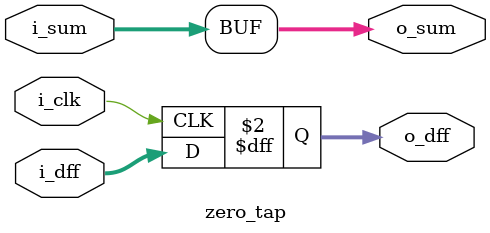
<source format=v>
module zero_tap(
	input i_clk,
	input wire [2:0] i_dff,
	input wire [9:0] i_sum,
	output reg [2:0] o_dff,
	output wire[9:0] o_sum
);


always@(posedge i_clk)
begin
	o_dff <= i_dff;
end

assign o_sum = i_sum;
endmodule 
</source>
